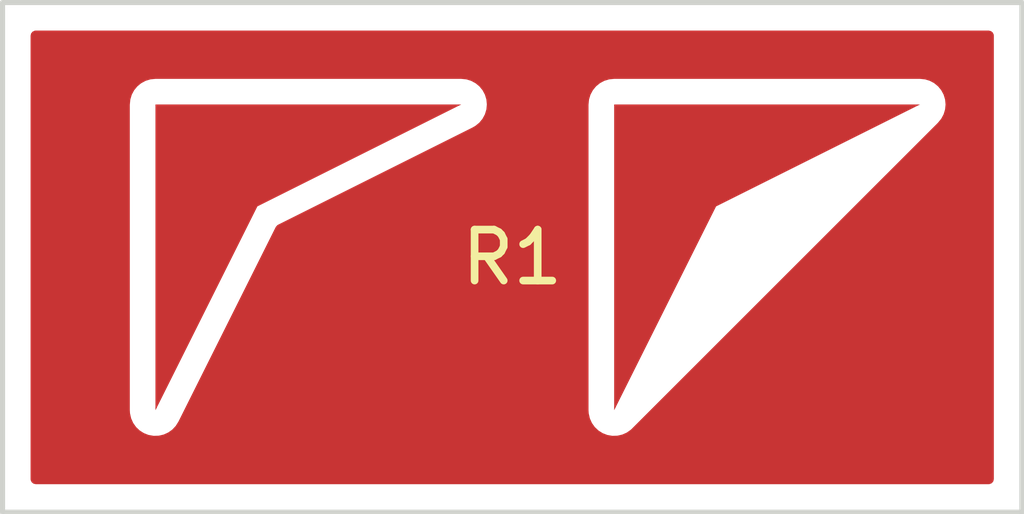
<source format=kicad_pcb>
(kicad_pcb (version 20171130) (host pcbnew "(5.1.0)")

  (general
    (thickness 1.6)
    (drawings 4)
    (tracks 0)
    (zones 0)
    (modules 1)
    (nets 1)
  )

  (page A4)
  (layers
    (0 F.Cu signal)
    (31 B.Cu signal)
    (32 B.Adhes user)
    (33 F.Adhes user)
    (34 B.Paste user)
    (35 F.Paste user)
    (36 B.SilkS user)
    (37 F.SilkS user)
    (38 B.Mask user)
    (39 F.Mask user)
    (40 Dwgs.User user)
    (41 Cmts.User user)
    (42 Eco1.User user)
    (43 Eco2.User user)
    (44 Edge.Cuts user)
    (45 Margin user)
    (46 B.CrtYd user)
    (47 F.CrtYd user)
    (48 B.Fab user)
    (49 F.Fab user)
  )

  (setup
    (last_trace_width 0.25)
    (trace_clearance 0.2)
    (zone_clearance 0.508)
    (zone_45_only no)
    (trace_min 0.2)
    (via_size 0.8)
    (via_drill 0.4)
    (via_min_size 0.4)
    (via_min_drill 0.3)
    (uvia_size 0.3)
    (uvia_drill 0.1)
    (uvias_allowed no)
    (uvia_min_size 0.2)
    (uvia_min_drill 0.1)
    (edge_width 0.1)
    (segment_width 0.2)
    (pcb_text_width 0.3)
    (pcb_text_size 1.5 1.5)
    (mod_edge_width 0.15)
    (mod_text_size 1 1)
    (mod_text_width 0.15)
    (pad_size 1.524 1.524)
    (pad_drill 0.762)
    (pad_to_mask_clearance 0)
    (aux_axis_origin 0 0)
    (visible_elements FFFFFF7F)
    (pcbplotparams
      (layerselection 0x010fc_ffffffff)
      (usegerberextensions false)
      (usegerberattributes false)
      (usegerberadvancedattributes false)
      (creategerberjobfile false)
      (excludeedgelayer true)
      (linewidth 0.100000)
      (plotframeref false)
      (viasonmask false)
      (mode 1)
      (useauxorigin false)
      (hpglpennumber 1)
      (hpglpenspeed 20)
      (hpglpendiameter 15.000000)
      (psnegative false)
      (psa4output false)
      (plotreference true)
      (plotvalue true)
      (plotinvisibletext false)
      (padsonsilk false)
      (subtractmaskfromsilk false)
      (outputformat 1)
      (mirror false)
      (drillshape 0)
      (scaleselection 1)
      (outputdirectory "./"))
  )

  (net 0 "")

  (net_class Default "This is the default net class."
    (clearance 0.2)
    (trace_width 0.25)
    (via_dia 0.8)
    (via_drill 0.4)
    (uvia_dia 0.3)
    (uvia_drill 0.1)
  )

  (module fp:dual_konkave (layer F.Cu) (tedit 5CADC526) (tstamp 5CADFDE3)
    (at 110 101)
    (attr smd)
    (fp_text reference R1 (at 0 4) (layer F.SilkS)
      (effects (font (size 1 1) (thickness 0.15)))
    )
    (fp_text value dual_konkave (at -1 8) (layer F.Fab)
      (effects (font (size 1 1) (thickness 0.15)))
    )
    (pad 1 smd custom (at 3 2) (size 0.1 0.1) (layers F.Cu F.Paste F.Mask)
      (solder_mask_margin 0.3) (solder_paste_margin -0.3) (clearance 0.5) (zone_connect 0)
      (options (clearance convexhull) (anchor rect))
      (primitives
        (gr_poly (pts
           (xy -1 -1) (xy 5 -1) (xy 1 1) (xy -1 5)) (width 0))
      ))
    (pad 1 smd custom (at -6 2) (size 0.1 0.1) (layers F.Cu F.Paste F.Mask)
      (solder_mask_margin 0.3) (solder_paste_margin -0.3) (clearance 0.5) (zone_connect 0)
      (options (clearance outline) (anchor rect))
      (primitives
        (gr_poly (pts
           (xy -1 -1) (xy 5 -1) (xy 1 1) (xy -1 5)) (width 0))
      ))
  )

  (gr_line (start 100 110) (end 100 100) (layer Edge.Cuts) (width 0.1) (tstamp 5CADFDD3))
  (gr_line (start 120 110) (end 100 110) (layer Edge.Cuts) (width 0.1))
  (gr_line (start 120 100) (end 120 110) (layer Edge.Cuts) (width 0.1))
  (gr_line (start 100 100) (end 120 100) (layer Edge.Cuts) (width 0.1))

  (zone (net 0) (net_name "") (layer F.Cu) (tstamp 5CADFE8F) (hatch edge 0.508)
    (connect_pads (clearance 0.5))
    (min_thickness 0.2)
    (fill yes (arc_segments 32) (thermal_gap 0.5) (thermal_bridge_width 0.5))
    (polygon
      (pts
        (xy 100 100) (xy 120 100) (xy 120 110) (xy 100 110)
      )
    )
    (filled_polygon
      (pts
        (xy 119.350001 109.35) (xy 100.65 109.35) (xy 100.65 102) (xy 102.397097 102) (xy 102.397097 108)
        (xy 102.401831 108.075407) (xy 102.428036 108.190655) (xy 102.476221 108.298576) (xy 102.544535 108.395023) (xy 102.630351 108.47629)
        (xy 102.730374 108.539253) (xy 102.840757 108.581493) (xy 102.957261 108.601386) (xy 103.075407 108.598169) (xy 103.190655 108.571964)
        (xy 103.298576 108.523779) (xy 103.395023 108.455465) (xy 103.47629 108.369649) (xy 103.539253 108.269626) (xy 105.449377 104.449377)
        (xy 109.269626 102.539253) (xy 109.334955 102.501296) (xy 109.426317 102.426317) (xy 109.501296 102.334955) (xy 109.55701 102.230721)
        (xy 109.591318 102.117621) (xy 109.602903 102) (xy 111.397097 102) (xy 111.397097 108) (xy 111.401831 108.075407)
        (xy 111.428036 108.190655) (xy 111.476221 108.298576) (xy 111.544535 108.395023) (xy 111.630351 108.47629) (xy 111.730374 108.539253)
        (xy 111.840757 108.581493) (xy 111.957261 108.601386) (xy 112.075407 108.598169) (xy 112.190655 108.571964) (xy 112.298576 108.523779)
        (xy 112.395023 108.455465) (xy 118.426317 102.426317) (xy 118.501296 102.334955) (xy 118.55701 102.230721) (xy 118.591318 102.117621)
        (xy 118.602903 102) (xy 118.591318 101.882379) (xy 118.55701 101.769279) (xy 118.501296 101.665045) (xy 118.426317 101.573683)
        (xy 118.334955 101.498704) (xy 118.230721 101.44299) (xy 118.117621 101.408682) (xy 118 101.397097) (xy 112 101.397097)
        (xy 111.882379 101.408682) (xy 111.769279 101.44299) (xy 111.665045 101.498704) (xy 111.573683 101.573683) (xy 111.498704 101.665045)
        (xy 111.44299 101.769279) (xy 111.408682 101.882379) (xy 111.397097 102) (xy 109.602903 102) (xy 109.591318 101.882379)
        (xy 109.55701 101.769279) (xy 109.501296 101.665045) (xy 109.426317 101.573683) (xy 109.334955 101.498704) (xy 109.230721 101.44299)
        (xy 109.117621 101.408682) (xy 109 101.397097) (xy 103 101.397097) (xy 102.882379 101.408682) (xy 102.769279 101.44299)
        (xy 102.665045 101.498704) (xy 102.573683 101.573683) (xy 102.498704 101.665045) (xy 102.44299 101.769279) (xy 102.408682 101.882379)
        (xy 102.397097 102) (xy 100.65 102) (xy 100.65 100.65) (xy 119.35 100.65)
      )
    )
  )
)

</source>
